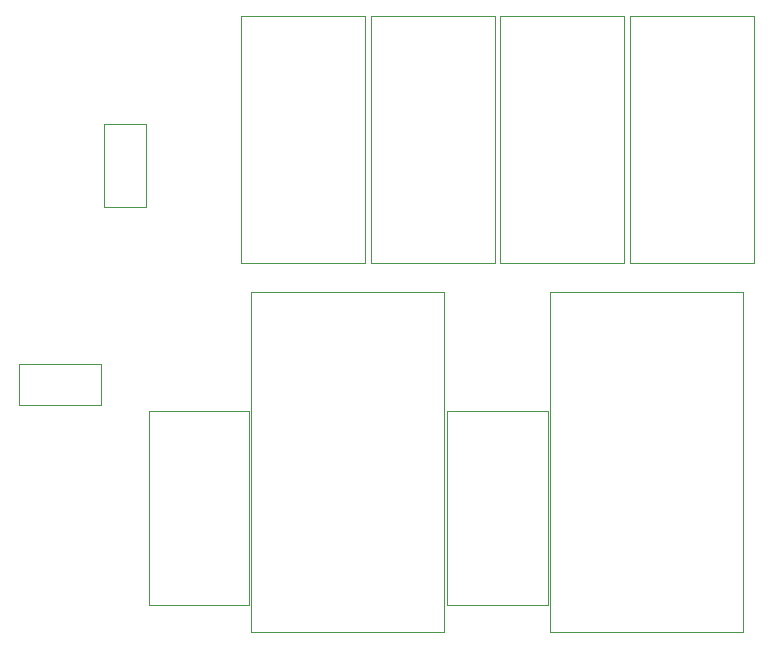
<source format=gbr>
%TF.GenerationSoftware,KiCad,Pcbnew,8.0.7-8.0.7-0~ubuntu20.04.1*%
%TF.CreationDate,2024-12-27T01:05:19+01:00*%
%TF.ProjectId,pcb_power,7063625f-706f-4776-9572-2e6b69636164,1.0.0*%
%TF.SameCoordinates,Original*%
%TF.FileFunction,Other,User*%
%FSLAX46Y46*%
G04 Gerber Fmt 4.6, Leading zero omitted, Abs format (unit mm)*
G04 Created by KiCad (PCBNEW 8.0.7-8.0.7-0~ubuntu20.04.1) date 2024-12-27 01:05:19*
%MOMM*%
%LPD*%
G01*
G04 APERTURE LIST*
%ADD10C,0.050000*%
G04 APERTURE END LIST*
D10*
%TO.C,D21*%
X66500000Y-55250000D02*
X73500000Y-55250000D01*
X66500000Y-58750000D02*
X66500000Y-55250000D01*
X73500000Y-55250000D02*
X73500000Y-58750000D01*
X73500000Y-58750000D02*
X66500000Y-58750000D01*
%TO.C,D30*%
X96290000Y-25790000D02*
X106790000Y-25790000D01*
X96290000Y-46750000D02*
X96290000Y-25790000D01*
X106790000Y-25790000D02*
X106790000Y-46750000D01*
X106790000Y-46750000D02*
X96290000Y-46750000D01*
%TO.C,D32*%
X85290000Y-25790000D02*
X95790000Y-25790000D01*
X85290000Y-46750000D02*
X85290000Y-25790000D01*
X95790000Y-25790000D02*
X95790000Y-46750000D01*
X95790000Y-46750000D02*
X85290000Y-46750000D01*
%TO.C,Q43*%
X102790000Y-59250000D02*
X111290000Y-59250000D01*
X102790000Y-75650000D02*
X102790000Y-59250000D01*
X111290000Y-59250000D02*
X111290000Y-75650000D01*
X111290000Y-75650000D02*
X102790000Y-75650000D01*
%TO.C,D20*%
X73750000Y-35000000D02*
X77250000Y-35000000D01*
X73750000Y-42000000D02*
X73750000Y-35000000D01*
X77250000Y-35000000D02*
X77250000Y-42000000D01*
X77250000Y-42000000D02*
X73750000Y-42000000D01*
%TO.C,Q42*%
X111450000Y-49220000D02*
X127850000Y-49220000D01*
X111450000Y-78000000D02*
X111450000Y-49220000D01*
X127850000Y-49220000D02*
X127850000Y-78000000D01*
X127850000Y-78000000D02*
X111450000Y-78000000D01*
%TO.C,D31*%
X107290000Y-25790000D02*
X117790000Y-25790000D01*
X107290000Y-46750000D02*
X107290000Y-25790000D01*
X117790000Y-25790000D02*
X117790000Y-46750000D01*
X117790000Y-46750000D02*
X107290000Y-46750000D01*
%TO.C,Q40*%
X86150000Y-49220000D02*
X102550000Y-49220000D01*
X86150000Y-78000000D02*
X86150000Y-49220000D01*
X102550000Y-49220000D02*
X102550000Y-78000000D01*
X102550000Y-78000000D02*
X86150000Y-78000000D01*
%TO.C,D33*%
X118290000Y-25790000D02*
X128790000Y-25790000D01*
X118290000Y-46750000D02*
X118290000Y-25790000D01*
X128790000Y-25790000D02*
X128790000Y-46750000D01*
X128790000Y-46750000D02*
X118290000Y-46750000D01*
%TO.C,Q41*%
X77540000Y-59250000D02*
X86040000Y-59250000D01*
X77540000Y-75650000D02*
X77540000Y-59250000D01*
X86040000Y-59250000D02*
X86040000Y-75650000D01*
X86040000Y-75650000D02*
X77540000Y-75650000D01*
%TD*%
M02*

</source>
